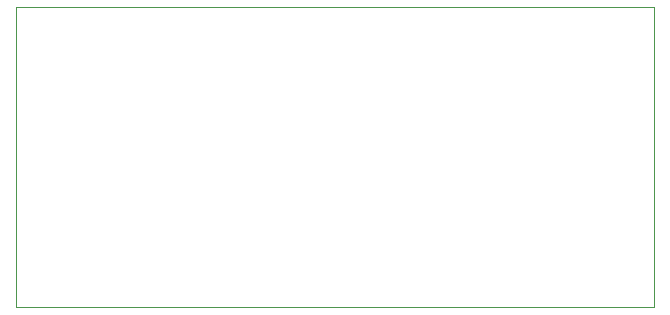
<source format=gbr>
%TF.GenerationSoftware,Altium Limited,Altium Designer,19.0.15 (446)*%
G04 Layer_Color=0*
%FSLAX45Y45*%
%MOMM*%
%TF.FileFunction,Profile,NP*%
%TF.Part,Single*%
G01*
G75*
%TA.AperFunction,Profile*%
%ADD83C,0.02540*%
D83*
X9969500Y5969000D02*
Y8509000D01*
X15367000D01*
Y5969000D01*
X9969500D01*
%TF.MD5,b8e6365d1285e242e9a80f5b91bf96bb*%
M02*

</source>
